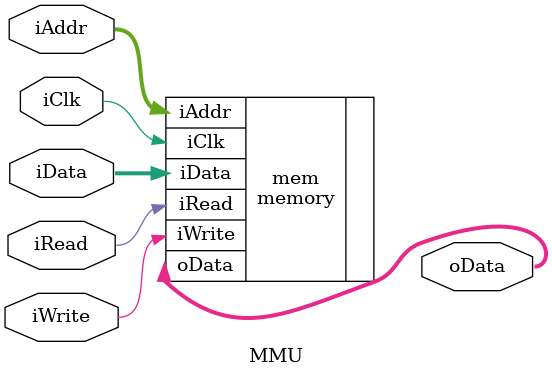
<source format=v>
module MMU(
    iClk, iRead, iWrite,
    iData, iAddr,
    oData
);

input wire iClk, iRead, iWrite;
input wire [31:0] iData, iAddr;
output wire [31:0] oData;


memory mem(
    .iClk(iClk),
    .iRead(iRead), 
    .iWrite(iWrite),
    .iData(iData),
    .iAddr(iAddr),
    .oData(oData)
);

endmodule
</source>
